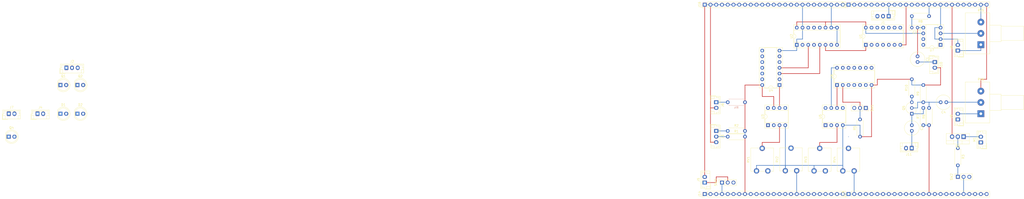
<source format=kicad_pcb>
(kicad_pcb (version 20240108) (generator "pcbnew") (generator_version "8.0")
  (layers (0 "F.Cu" jumper) (1 "In1.Cu" signal) (2 "In2.Cu" signal) (31 "B.Cu" power) (34 "B.Paste" user) (35 "F.Paste" user) (36 "B.SilkS" user "B.Silkscreen") (37 "F.SilkS" user "F.Silkscreen") (38 "B.Mask" user) (39 "F.Mask" user) (44 "Edge.Cuts" user))
  (net 0 "")
  (net 1 "Net-(C1-Pad1)")
  (net 2 "Net-(J10-Pin_1)")
  (net 3 "Net-(Q5-C)")
  (net 4 "Net-(J11-Pin_1)")
  (net 5 "Net-(C3-Pad2)")
  (net 6 "Net-(C4-Pad1)")
  (net 7 "Net-(Q5-B)")
  (net 8 "Net-(D1-K)")
  (net 9 "Net-(D1-A)")
  (net 10 "Net-(J2-Pin_1)")
  (net 11 "Net-(J2-Pin_2)")
  (net 12 "Net-(J2-Pin_3)")
  (net 13 "Net-(J3-Pin_1)")
  (net 14 "Net-(J3-Pin_2)")
  (net 15 "Net-(J5-Pin_1)")
  (net 16 "Net-(J6-Pin_1)")
  (net 17 "Net-(J7-Pin_1)")
  (net 18 "Net-(J7-Pin_2)")
  (net 19 "Net-(J8-Pin_1)")
  (net 20 "+5V")
  (net 21 "Net-(J9-Pin_2)")
  (net 22 "+12V")
  (net 23 "Net-(M1--)")
  (net 24 "Net-(Q3-B)")
  (net 25 "Net-(Q5-E)")
  (net 26 "Net-(SW2-A)")
  (net 27 "Net-(SW1-B)")
  (net 28 "Net-(U3-+)")
  (net 29 "Net-(U3--)")
  (net 30 "Net-(U5-+)")
  (net 31 "Net-(U5--)")
  (net 32 "Net-(U7-+)")
  (net 36 "Net-(U2-QC)")
  (net 38 "Net-(U2-QA)")
  (net 40 "Net-(U2-UP)")
  (net 41 "Net-(U2-QD)")
  (net 44 "Net-(U2-CLR)")
  (net 47 "Net-(U3-Pad6)")
  (net 49 "Net-(U4-Pad2)")
  (net 52 "Net-(U5-Pad6)")
  (net 57 "GND")
  (net 59 "Net-(J1-Pad3)")
  (footprint "Potentiometer_THT:Potentiometer_ACP_CA9-V10_Vertical" (layer "F.Cu") (at 137.095 129.46 90)
    (property "Reference" "RV3")
    (property "Value" "10k")
  )
  (footprint "Connector_PinSocket_2.54mm:PinSocket_1x03_P2.54mm_Vertical" (layer "F.Cu") (at 91.44 134.62 90)
    (property "Reference" "SW3")
    (property "Value" "PWR")
  )
  (footprint "LED_THT:LED_D5.0mm" (layer "F.Cu") (at -193.16 104.14)
    (property "Reference" "D2")
    (property "Value" "LED")
  )
  (footprint "Resistor_THT:R_Axial_DIN0207_L6.3mm_D2.5mm_P7.62mm_Horizontal" (layer "F.Cu") (at 152.4 114.3 90)
    (property "Reference" "R5")
    (property "Value" "4.7k")
  )
  (footprint "LED_THT:LED_D5.0mm" (layer "F.Cu") (at -223.52 114.3)
    (property "Reference" "Q4")
    (property "Value" "Q_Photo_NPN")
  )
  (footprint "Capacitor_THT:C_Radial_D6.3mm_H5.0mm_P2.50mm" (layer "F.Cu") (at 177.8 78.74 -90)
    (property "Reference" "C1")
    (property "Value" "15u")
  )
  (footprint "LED_THT:LED_D5.0mm" (layer "F.Cu") (at -200.66 104.14)
    (property "Reference" "D1")
    (property "Value" "LED")
  )
  (footprint "Potentiometer_THT:Potentiometer_Alps_RK163_Single_Horizontal" (layer "F.Cu") (at 205.74 73.58 180)
    (property "Reference" "RV5")
    (property "Value" "10k")
  )
  (footprint "Connector_JST:JST_EH_B2B-EH-A_1x02_P2.50mm_Vertical" (layer "F.Cu") (at -223.48 104.14)
    (property "Reference" "J7")
    (property "Value" "MTONE1")
  )
  (footprint "Connector_PinSocket_2.54mm:PinSocket_1x03_P2.54mm_Vertical" (layer "F.Cu") (at 195.58 132.08 90)
    (property "Reference" "SW2")
    (property "Value" "MOTOR")
  )
  (footprint "Resistor_THT:R_Axial_DIN0207_L6.3mm_D2.5mm_P7.62mm_Horizontal" (layer "F.Cu") (at 180.34 99.06 90)
    (property "Reference" "R9")
    (property "Value" "130k")
  )
  (footprint "Potentiometer_THT:Potentiometer_Alps_RK163_Single_Horizontal" (layer "F.Cu") (at 205.74 104.14 180)
    (property "Reference" "RV6")
    (property "Value" "10k")
  )
  (footprint "Package_TO_SOT_THT:TO-92_Inline_Wide" (layer "F.Cu") (at 175.26 104.14 90)
    (property "Reference" "Q5")
    (property "Value" "BC547")
  )
  (footprint "Connector_JST:JST_EH_B2B-EH-A_1x02_P2.50mm_Vertical" (layer "F.Cu") (at 83.82 134.62 90)
    (property "Reference" "J5")
    (property "Value" "PWR")
  )
  (footprint "Potentiometer_THT:Potentiometer_ACP_CA9-V10_Vertical" (layer "F.Cu") (at 149.795 129.46 90)
    (property "Reference" "RV4")
    (property "Value" "10k")
  )
  (footprint "Connector_JST:JST_EH_B2B-EH-A_1x02_P2.50mm_Vertical" (layer "F.Cu") (at 88.9 99.06 -90)
    (property "Reference" "J6")
    (property "Value" "PERF_LED")
  )
  (footprint "Package_DIP:DIP-14_W7.62mm_Socket" (layer "F.Cu") (at 142.24 91.44 90)
    (property "Reference" "U6")
    (property "Value" "74LS32")
  )
  (footprint "Connector_PinHeader_2.54mm:PinHeader_1x25_P2.54mm_Vertical" (layer "F.Cu") (at 147.32 139.7 90)
    (property "Reference" "J15")
    (property "Value" "POS2")
  )
  (footprint "Resistor_THT:R_Axial_DIN0207_L6.3mm_D2.5mm_P7.62mm_Horizontal" (layer "F.Cu") (at 180.34 109.22 90)
    (property "Reference" "R7")
    (property "Value" "2k")
  )
  (footprint "Package_TO_SOT_THT:TO-220-3_Vertical" (layer "F.Cu") (at 198.12 114.3 180)
    (property "Reference" "Q3")
    (property "Value" "BUL128")
  )
  (footprint "Connector_JST:JST_EH_B3B-EH-A_1x03_P2.50mm_Vertical" (layer "F.Cu") (at 165.06 60.96 180)
    (property "Reference" "J1")
    (property "Value" "CAMERA TRIGGER")
  )
  (footprint "Resistor_THT:R_Axial_DIN0207_L6.3mm_D2.5mm_P7.62mm_Horizontal" (layer "F.Cu") (at 182.88 109.22 90)
    (property "Reference" "R6")
    (property "Value" "390k")
  )
  (footprint "Package_DIP:DIP-8_W7.62mm_Socket" (layer "F.Cu") (at 187.96 73.66 180)
    (property "Reference" "U7")
    (property "Value" "LM386")
  )
  (footprint "Package_DIP:DIP-16_W7.62mm_Socket" (layer "F.Cu") (at 124.46 73.66 90)
    (property "Reference" "U2")
    (property "Value" "74LS193")
  )
  (footprint "Connector_PinHeader_2.54mm:PinHeader_1x25_P2.54mm_Vertical" (layer "F.Cu") (at 83.82 55.88 90)
    (property "Reference" "J16")
    (property "Value" "NEG1")
  )
  (footprint "Connector_PinHeader_2.54mm:PinHeader_1x25_P2.54mm_Vertical" (layer "F.Cu") (at 83.82 139.7 90)
    (property "Reference" "J14")
    (property "Value" "POS1")
  )
  (footprint "Package_DIP:DIP-14_W7.62mm_Socket" (layer "F.Cu") (at 154.94 73.66 90)
    (property "Reference" "U1")
    (property "Value" "74LS126")
  )
  (footprint "Resistor_THT:R_Axial_DIN0207_L6.3mm_D2.5mm_P7.62mm_Horizontal" (layer "F.Cu") (at 93.98 114.3)
    (property "Reference" "R1")
    (property "Value" "1k")
  )
  (footprint "Package_DIP:DIP-8_W7.62mm_Socket" (layer "F.Cu") (at 137.16 109.22 90)
    (property "Reference" "U5")
    (property "Value" "LM741")
  )
  (footprint "Connector_PinSocket_2.54mm:PinSocket_1x03_P2.54mm_Vertical" (layer "F.Cu") (at 154.94 101.6 -90)
    (property "Reference" "SW1")
    (property "Value" "1PERF")
  )
  (footprint "Resistor_THT:R_Axial_DIN0207_L6.3mm_D2.5mm_P7.62mm_Horizontal" (layer "F.Cu") (at 93.98 111.76)
    (property "Reference" "R2")
    (property "Value" "1k")
  )
  (footprint "Capacitor_THT:C_Rect_L4.6mm_W2.0mm_P2.50mm_MKS02_FKP02" (layer "F.Cu") (at 177.76 66.04 180)
    (property "Reference" "C3")
    (property "Value" "50n")
  )
  (footprint "Connector_JST:JST_EH_B2B-EH-A_1x02_P2.50mm_Vertical" (layer "F.Cu") (at -210.78 104.14)
    (property "Reference" "J4")
    (property "Value" "PERF_LED")
  )
  (footprint "Connector_JST:JST_EH_B3B-EH-A_1x03_P2.50mm_Vertical" (layer "F.Cu") (at 88.9 111.76 -90)
    (property "Reference" "J3")
    (property "Value" "PERF_SIG2")
  )
  (footprint "LED_THT:LED_D5.0mm" (layer "F.Cu") (at -193.16 91.44)
    (property "Reference" "Q2")
    (property "Value" "Q_Photo_NPN")
  )
  (footprint "Resistor_THT:R_Axial_DIN0207_L6.3mm_D2.5mm_P7.62mm_Horizontal" (layer "F.Cu") (at 195.58 119.38 -90)
    (property "Reference" "R3")
    (property "Value" "100")
  )
  (footprint "Package_DIP:DIP-8_W7.62mm_Socket" (layer "F.Cu") (at 111.76 109.22 90)
    (property "Reference" "U3")
    (property "Value" "LM741")
  )
  (footprint "Connector_JST:JST_EH_B2B-EH-A_1x02_P2.50mm_Vertical" (layer "F.Cu") (at 195.58 106.68 90)
    (property "Reference" "J9")
    (property "Value" "MTON2")
  )
  (footprint "Package_DIP:DIP-14_W7.62mm_Socket" (layer "F.Cu") (at 116.84 91.44 180)
    (property "Reference" "U4")
    (property "Value" "74LS08")
  )
  (footprint "Connector_JST:JST_EH_B3B-EH-A_1x03_P2.50mm_Vertical" (layer "F.Cu") (at -198.04 83.82)
    (property "Reference" "J2")
    (property "Value" "PERF_SIG1")
  )
  (footprint "Capacitor_THT:C_Radial_D6.3mm_H5.0mm_P2.50mm" (layer "F.Cu") (at 190.5 99.06 180)
    (property "Reference" "C4")
    (property "Value" "2.2u")
  )
  (footprint "Connector_JST:JST_EH_B2B-EH-A_1x02_P2.50mm_Vertical" (layer "F.Cu") (at 185.42 81.28 -90)
    (property "Reference" "J10")
    (property "Value" "AUDIO_OUT")
  )
  (footprint "Connector_JST:JST_EH_B2B-EH-A_1x02_P2.50mm_Vertical" (layer "F.Cu") (at 195.58 76.2 90)
    (property "Reference" "J8")
    (property "Value" "TAPE_HEAD")
  )
  (footprint "Potentiometer_THT:Potentiometer_ACP_CA9-V10_Vertical" (layer "F.Cu") (at 124.42 129.38 90)
    (property "Reference" "RV2")
    (property "Value" "10k")
  )
  (footprint "Connector_JST:JST_EH_B2B-EH-A_1x02_P2.50mm_Vertical" (layer "F.Cu") (at 205.74 116.84 90)
    (property "Reference" "M1")
    (property "Value" "Motor_DC")
  )
  (footprint "LED_THT:LED_D5.0mm" (layer "F.Cu") (at -200.66 91.44)
    (property "Reference" "Q1")
    (property "Value" "Q_Photo_NPN")
  )
  (footprint "Connector_JST:JST_EH_B2B-EH-A_1x02_P2.50mm_Vertical" (layer "F.Cu") (at 175.22 119.38 180)
    (property "Reference" "J11")
    (property "Value" "AUDIO_OUT")
  )
  (footprint "Resistor_THT:R_Axial_DIN0207_L6.3mm_D2.5mm_P7.62mm_Horizontal" (layer "F.Cu") (at 175.26 96.52 90)
    (property "Reference" "R10")
    (property "Value" "33")
  )
  (footprint "Potentiometer_THT:Potentiometer_ACP_CA9-V10_Vertical" (layer "F.Cu") (at 111.695 129.46 90)
    (property "Reference" "RV1")
    (property "Value" "10k")
  )
  (footprint "Resistor_THT:R_Axial_DIN0207_L6.3mm_D2.5mm_P7.62mm_Horizontal" (layer "F.Cu") (at 182.88 60.96 180)
    (property "Reference" "R8")
    (property "Value" "10")
  )
  (footprint "Capacitor_THT:C_Radial_D6.3mm_H5.0mm_P2.50mm" (layer "F.Cu") (at 175.26 109.22 -90)
    (property "Reference" "C2")
    (property "Value" "15u")
  )
  (footprint "Connector_PinHeader_2.54mm:PinHeader_1x25_P2.54mm_Vertical" (layer "F.Cu") (at 147.32 55.88 90)
    (property "Reference" "J17")
    (property "Value" "NEG2")
  )
  (footprint "Resistor_THT:R_Axial_DIN0207_L6.3mm_D2.5mm_P7.62mm_Horizontal" (layer "B.Cu") (at 93.98 99.06)
    (property "Reference" "R4")
    (property "Value" "120")
  )
  (segment (start 177.8 78.74) (end 177.8 66.08) (width 0.25) (layer "F.Cu") (net 1))
  (segment (start 177.8 66.08) (end 177.76 66.04) (width 0.25) (layer "F.Cu") (net 1))
  (segment (start 177.76 66.04) (end 180.34 66.04) (width 0.25) (layer "B.Cu") (net 1))
  (segment (start 177.8 81.24) (end 185.38 81.24) (width 0.25) (layer "B.Cu") (net 2))
  (segment (start 185.38 81.24) (end 185.42 81.28) (width 0.25) (layer "B.Cu") (net 2))
  (segment (start 175.26 109.22) (end 175.26 104.14) (width 0.25) (layer "B.Cu") (net 3))
  (segment (start 175.26 104.14) (end 180.34 104.14) (width 0.25) (layer "B.Cu") (net 3))
  (segment (start 180.34 104.14) (end 180.34 101.6) (width 0.25) (layer "B.Cu") (net 3))
  (segment (start 175.26 119.34) (end 175.26 111.72) (width 0.25) (layer "B.Cu") (net 4))
  (segment (start 175.22 119.38) (end 175.26 119.34) (width 0.25) (layer "B.Cu") (net 4))
  (segment (start 175.26 66.04) (end 175.26 60.96) (width 0.25) (layer "B.Cu") (net 5))
  (segment (start 190.5 99.06) (end 205.66 99.06) (width 0.25) (layer "B.Cu") (net 6))
  (segment (start 205.66 99.06) (end 205.74 99.14) (width 0.25) (layer "B.Cu") (net 6))
  (segment (start 177.8 99.06) (end 177.8 101.6) (width 0.25) (layer "B.Cu") (net 7))
  (segment (start 182.88 99.06) (end 188 99.06) (width 0.25) (layer "B.Cu") (net 7))
  (segment (start 180.34 99.06) (end 177.8 99.06) (width 0.25) (layer "B.Cu") (net 7))
  (segment (start 177.8 101.6) (end 175.26 101.6) (width 0.25) (layer "B.Cu") (net 7))
  (segment (start 182.88 99.06) (end 180.34 99.06) (width 0.25) (layer "B.Cu") (net 7))
  (segment (start 182.88 101.6) (end 182.88 99.06) (width 0.25) (layer "B.Cu") (net 7))
  (segment (start 88.9 111.76) (end 93.98 111.76) (width 0.25) (layer "B.Cu") (net 13))
  (segment (start 88.9 114.26) (end 93.94 114.26) (width 0.25) (layer "B.Cu") (net 14))
  (segment (start 93.94 114.26) (end 93.98 114.3) (width 0.25) (layer "B.Cu") (net 14))
  (segment (start 88.9 134.62) (end 88.9 132.08) (width 0.25) (layer "F.Cu") (net 15))
  (segment (start 93.98 132.08) (end 93.98 134.62) (width 0.25) (layer "F.Cu") (net 15))
  (segment (start 83.82 134.62) (end 88.9 134.62) (width 0.25) (layer "F.Cu") (net 15))
  (segment (start 88.9 132.08) (end 93.98 132.08) (width 0.25) (layer "F.Cu") (net 15))
  (segment (start 88.9 99.06) (end 93.98 99.06) (width 0.25) (layer "B.Cu") (net 16))
  (segment (start 205.74 76.2) (end 205.74 73.58) (width 0.25) (layer "B.Cu") (net 19))
  (segment (start 195.58 76.2) (end 205.74 76.2) (width 0.25) (layer "B.Cu") (net 19))
  (segment (start 137.16 63.5) (end 154.94 63.5) (width 0.25) (layer "F.Cu") (net 20))
  (segment (start 154.94 63.5) (end 154.94 66.04) (width 0.25) (layer "F.Cu") (net 20))
  (segment (start 109.22 91.44) (end 109.22 96.52) (width 0.25) (layer "F.Cu") (net 20))
  (segment (start 124.46 63.5) (end 137.16 63.5) (width 0.25) (layer "F.Cu") (net 20))
  (segment (start 137.16 63.5) (end 137.16 66.04) (width 0.25) (layer "F.Cu") (net 20))
  (segment (start 101.6 99.06) (end 101.6 91.44) (width 0.25) (layer "F.Cu") (net 20))
  (segment (start 114.3 96.52) (end 114.3 101.6) (width 0.25) (layer "F.Cu") (net 20))
  (segment (start 101.6 91.44) (end 109.22 91.44) (width 0.25) (layer "F.Cu") (net 20))
  (segment (start 109.22 96.52) (end 114.3 96.52) (width 0.25) (layer "F.Cu") (net 20))
  (segment (start 182.88 109.22) (end 182.88 139.7) (width 0.25) (layer "F.Cu") (net 20))
  (segment (start 101.6 111.76) (end 101.6 99.06) (width 0.25) (layer "F.Cu") (net 20))
  (segment (start 101.6 114.3) (end 101.6 139.7) (width 0.25) (layer "F.Cu") (net 20))
  (segment (start 124.46 66.04) (end 124.46 63.5) (width 0.25) (layer "F.Cu") (net 20))
  (segment (start 149.795 129.46) (end 149.795 139.635) (width 0.25) (layer "B.Cu") (net 20))
  (segment (start 149.795 139.635) (end 149.86 139.7) (width 0.25) (layer "B.Cu") (net 20))
  (segment (start 139.7 101.6) (end 139.7 83.82) (width 0.25) (layer "B.Cu") (net 20))
  (segment (start 180.34 109.22) (end 182.88 109.22) (width 0.25) (layer "B.Cu") (net 20))
  (segment (start 154.94 68.58) (end 154.94 66.04) (width 0.25) (layer "B.Cu") (net 20))
  (segment (start 139.7 83.82) (end 142.24 83.82) (width 0.25) (layer "B.Cu") (net 20))
  (segment (start 91.44 134.62) (end 91.44 139.7) (width 0.25) (layer "B.Cu") (net 20))
  (segment (start 124.42 129.38) (end 124.42 139.66) (width 0.25) (layer "B.Cu") (net 20))
  (segment (start 101.6 111.76) (end 101.6 114.3) (width 0.25) (layer "B.Cu") (net 20))
  (segment (start 198.12 132.08) (end 198.12 139.7) (width 0.25) (layer "B.Cu") (net 20))
  (segment (start 137.095 139.635) (end 137.16 139.7) (width 0.25) (layer "B.Cu") (net 20))
  (segment (start 180.34 68.58) (end 154.94 68.58) (width 0.25) (layer "B.Cu") (net 20))
  (segment (start 124.42 139.66) (end 124.46 139.7) (width 0.25) (layer "B.Cu") (net 20))
  (segment (start 83.82 139.7) (end 208.28 139.7) (width 0.25) (layer "B.Cu") (net 20))
  (segment (start 205.7 104.18) (end 205.74 104.14) (width 0.25) (layer "B.Cu") (net 21))
  (segment (start 195.58 104.18) (end 205.7 104.18) (width 0.25) (layer "B.Cu") (net 21))
  (segment (start 205.7 114.3) (end 205.74 114.34) (width 0.25) (layer "B.Cu") (net 23))
  (segment (start 198.12 114.3) (end 205.7 114.3) (width 0.25) (layer "B.Cu") (net 23))
  (segment (start 195.58 119.38) (end 195.58 114.3) (width 0.25) (layer "B.Cu") (net 24))
  (segment (start 175.26 96.52) (end 175.26 99.06) (width 0.25) (layer "B.Cu") (net 25))
  (segment (start 195.58 132.08) (end 195.58 127) (width 0.25) (layer "B.Cu") (net 26))
  (segment (start 152.4 101.6) (end 152.4 99.06) (width 0.25) (layer "F.Cu") (net 27))
  (segment (start 152.4 99.06) (end 144.78 99.06) (width 0.25) (layer "F.Cu") (net 27))
  (segment (start 144.78 99.06) (end 144.78 91.44) (width 0.25) (layer "F.Cu") (net 27))
  (segment (start 152.4 106.68) (end 152.4 101.6) (width 0.25) (layer "B.Cu") (net 27))
  (segment (start 109.22 116.84) (end 116.84 116.84) (width 0.25) (layer "F.Cu") (net 28))
  (segment (start 116.84 116.84) (end 116.84 109.22) (width 0.25) (layer "F.Cu") (net 28))
  (segment (start 109.195 119.46) (end 109.195 116.865) (width 0.25) (layer "F.Cu") (net 28))
  (segment (start 109.195 116.865) (end 109.22 116.84) (width 0.25) (layer "F.Cu") (net 28))
  (segment (start 142.24 116.84) (end 142.24 109.22) (width 0.25) (layer "F.Cu") (net 30))
  (segment (start 134.595 116.865) (end 134.62 116.84) (width 0.25) (layer "F.Cu") (net 30))
  (segment (start 134.595 119.46) (end 134.595 116.865) (width 0.25) (layer "F.Cu") (net 30))
  (segment (start 134.62 116.84) (end 142.24 116.84) (width 0.25) (layer "F.Cu") (net 30))
  (segment (start 147.295 114.325) (end 147.32 114.3) (width 0.25) (layer "B.Cu") (net 31))
  (segment (start 205.74 68.58) (end 187.96 68.58) (width 0.25) (layer "B.Cu") (net 32))
  (segment (start 154.94 76.2) (end 154.94 73.66) (width 0.25) (layer "F.Cu") (net 36))
  (segment (start 137.16 76.2) (end 154.94 76.2) (width 0.25) (layer "F.Cu") (net 36))
  (segment (start 137.16 73.66) (end 137.16 76.2) (width 0.25) (layer "F.Cu") (net 36))
  (segment (start 116.84 83.82) (end 129.54 83.82) (width 0.25) (layer "F.Cu") (net 38))
  (segment (start 129.54 83.82) (end 129.54 73.66) (width 0.25) (layer "F.Cu") (net 38))
  (segment (start 116.84 86.36) (end 134.62 86.36) (width 0.25) (layer "F.Cu") (net 40))
  (segment (start 134.62 86.36) (end 134.62 73.66) (width 0.25) (layer "F.Cu") (net 40))
  (segment (start 116.84 101.6) (end 116.84 91.44) (width 0.25) (layer "F.Cu") (net 47))
  (segment (start 142.24 101.6) (end 142.24 91.44) (width 0.25) (layer "F.Cu") (net 52))
  (segment (start 83.82 132.12) (end 83.82 55.88) (width 0.25) (layer "F.Cu") (net 57))
  (segment (start 86.36 101.6) (end 86.36 55.88) (width 0.25) (layer "F.Cu") (net 57))
  (segment (start 170.18 73.66) (end 172.72 73.66) (width 0.25) (layer "F.Cu") (net 57))
  (segment (start 86.36 101.6) (end 86.4 101.56) (width 0.25) (layer "F.Cu") (net 57))
  (segment (start 187.92 83.78) (end 185.42 83.78) (width 0.25) (layer "F.Cu") (net 57))
  (segment (start 180.34 91.44) (end 187.96 91.44) (width 0.25) (layer "F.Cu") (net 57))
  (segment (start 208.28 55.88) (end 208.28 88.9) (width 0.25) (layer "F.Cu") (net 57))
  (segment (start 86.4 101.56) (end 88.9 101.56) (width 0.25) (layer "F.Cu") (net 57))
  (segment (start 172.72 73.66) (end 172.72 55.88) (width 0.25) (layer "F.Cu") (net 57))
  (segment (start 175.26 88.9) (end 160.02 88.9) (width 0.25) (layer "F.Cu") (net 57))
  (segment (start 208.28 88.9) (end 205.74 88.9) (width 0.25) (layer "F.Cu") (net 57))
  (segment (start 152.4 114.3) (end 157.48 114.3) (width 0.25) (layer "F.Cu") (net 57))
  (segment (start 86.36 116.84) (end 86.36 101.6) (width 0.25) (layer "F.Cu") (net 57))
  (segment (start 193.04 114.3) (end 193.04 55.88) (width 0.25) (layer "F.Cu") (net 57))
  (segment (start 88.9 116.76) (end 86.44 116.76) (width 0.25) (layer "F.Cu") (net 57))
  (segment (start 160.02 88.9) (end 160.02 91.44) (width 0.25) (layer "F.Cu") (net 57))
  (segment (start 86.44 116.76) (end 86.36 116.84) (width 0.25) (layer "F.Cu") (net 57))
  (segment (start 187.96 91.44) (end 187.96 83.82) (width 0.25) (layer "F.Cu") (net 57))
  (segment (start 187.96 83.82) (end 187.92 83.78) (width 0.25) (layer "F.Cu") (net 57))
  (segment (start 205.74 88.9) (end 205.74 94.14) (width 0.25) (layer "F.Cu") (net 57))
  (segment (start 160.02 91.44) (end 157.48 91.44) (width 0.25) (layer "F.Cu") (net 57))
  (segment (start 157.48 114.3) (end 157.48 91.44) (width 0.25) (layer "F.Cu") (net 57))
  (segment (start 119.38 127) (end 132.08 127) (width 0.25) (layer "B.Cu") (net 57))
  (segment (start 175.26 91.44) (end 175.26 88.9) (width 0.25) (layer "B.Cu") (net 57))
  (segment (start 195.58 73.7) (end 195.58 71.12) (width 0.25) (layer "B.Cu") (net 57))
  (segment (start 124.46 71.12) (end 127 71.12) (width 0.25) (layer "B.Cu") (net 57))
  (segment (start 208.28 55.88) (end 83.82 55.88) (width 0.25) (layer "B.Cu") (net 57))
  (segment (start 142.24 66.04) (end 142.24 73.66) (width 0.25) (layer "B.Cu") (net 57))
  (segment (start 127 71.12) (end 127 66.04) (width 0.25) (layer "B.Cu") (net 57))
  (segment (start 165.1 60.92) (end 165.1 55.88) (width 0.25) (layer "B.Cu") (net 57))
  (segment (start 119.42 109.26) (end 119.38 109.22) (width 0.25) (layer "B.Cu") (net 57))
  (segment (start 144.78 127) (end 144.78 109.22) (width 0.25) (layer "B.Cu") (net 57))
  (segment (start 185.42 71.12) (end 187.96 71.12) (width 0.25) (layer "B.Cu") (net 57))
  (segment (start 139.7 66.04) (end 142.24 66.04) (width 0.25) (layer "B.Cu") (net 57))
  (segment (start 205.74 63.58) (end 205.74 55.88) (width 0.25) (layer "B.Cu") (net 57))
  (segment (start 165.06 60.96) (end 165.1 60.92) (width 0.25) (layer "B.Cu") (net 57))
  (segment (start 144.78 109.22) (end 152.4 109.22) (width 0.25) (layer "B.Cu") (net 57))
  (segment (start 187.96 66.04) (end 187.96 55.88) (width 0.25) (layer "B.Cu") (net 57))
  (segment (start 119.42 129.38) (end 119.42 109.26) (width 0.25) (layer "B.Cu") (net 57))
  (segment (start 106.68 127) (end 119.38 127) (width 0.25) (layer "B.Cu") (net 57))
  (segment (start 106.695 129.46) (end 106.695 127.015) (width 0.25) (layer "B.Cu") (net 57))
  (segment (start 124.46 76.2) (end 124.46 73.66) (width 0.25) (layer "B.Cu") (net 57))
  (segment (start 185.42 66.04) (end 185.42 71.12) (width 0.25) (layer "B.Cu") (net 57))
  (segment (start 182.88 60.96) (end 182.88 55.88) (width 0.25) (layer "B.Cu") (net 57))
  (segment (start 152.4 109.22) (end 152.4 114.3) (width 0.25) (layer "B.Cu") (net 57))
  (segment (start 124.46 73.66) (end 124.46 71.12) (width 0.25) (layer "B.Cu") (net 57))
  (segment (start 139.7 66.04) (end 139.7 55.88) (width 0.25) (layer "B.Cu") (net 57))
  (segment (start 119.42 127.04) (end 119.42 129.38) (width 0.25) (layer "B.Cu") (net 57))
  (segment (start 132.08 127) (end 132.095 127.015) (width 0.25) (layer "B.Cu") (net 57))
  (segment (start 132.095 127.015) (end 132.095 129.46) (width 0.25) (layer "B.Cu") (net 57))
  (segment (start 144.78 127) (end 144.795 127.015) (width 0.25) (layer "B.Cu") (net 57))
  (segment (start 127 66.04) (end 127 55.88) (width 0.25) (layer "B.Cu") (net 57))
  (segment (start 195.58 71.12) (end 187.96 71.12) (width 0.25) (layer "B.Cu") (net 57))
  (segment (start 116.84 76.2) (end 124.46 76.2) (width 0.25) (layer "B.Cu") (net 57))
  (segment (start 144.795 127.015) (end 144.795 129.46) (width 0.25) (layer "B.Cu") (net 57))
  (segment (start 180.34 91.44) (end 175.26 91.44) (width 0.25) (layer "B.Cu") (net 57))
  (segment (start 132.08 127) (end 144.78 127) (width 0.25) (layer "B.Cu") (net 57))
  (segment (start 106.695 127.015) (end 106.68 127) (width 0.25) (layer "B.Cu") (net 57))
  (segment (start 187.96 66.04) (end 185.42 66.04) (width 0.25) (layer "B.Cu") (net 57))
  (segment (start 119.38 127) (end 119.42 127.04) (width 0.25) (layer "B.Cu") (net 57))
)
</source>
